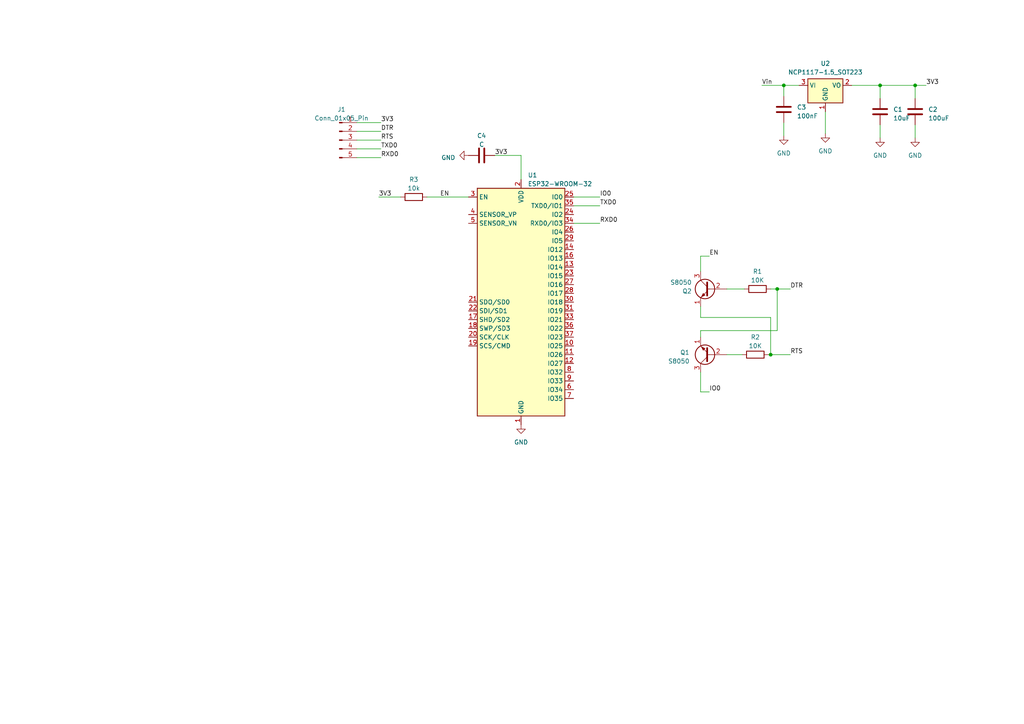
<source format=kicad_sch>
(kicad_sch (version 20230121) (generator eeschema)
  (paper "A4")
  (lib_symbols
    (symbol "Connector:Conn_01x05_Pin" (pin_names (offset 1.016) hide)
      (property "Reference" "J" (at 0 7.62 0))
      (property "Value" "Conn_01x05_Pin" (at 0 -7.62 0))
      (symbol "Conn_01x05_Pin_1_1"
        (polyline (pts (xy 1.27 -5.08) (xy 0.8636 -5.08)) (stroke (width 0.1524)))
        (polyline (pts (xy 1.27 -2.54) (xy 0.8636 -2.54)) (stroke (width 0.1524)))
        (polyline (pts (xy 1.27 0) (xy 0.8636 0)) (stroke (width 0.1524)))
        (polyline (pts (xy 1.27 2.54) (xy 0.8636 2.54)) (stroke (width 0.1524)))
        (polyline (pts (xy 1.27 5.08) (xy 0.8636 5.08)) (stroke (width 0.1524)))
        (rectangle (start 0.8636 -4.953) (end 0 -5.207) (stroke (width 0.1524)) (fill (type outline)))
        (rectangle (start 0.8636 -2.413) (end 0 -2.667) (stroke (width 0.1524)) (fill (type outline)))
        (rectangle (start 0.8636 0.127) (end 0 -0.127) (stroke (width 0.1524)) (fill (type outline)))
        (rectangle (start 0.8636 2.667) (end 0 2.413) (stroke (width 0.1524)) (fill (type outline)))
        (rectangle (start 0.8636 5.207) (end 0 4.953) (stroke (width 0.1524)) (fill (type outline)))
        (pin passive line (at 5.08 5.08 180) (length 3.81) (name "Pin_1") (number "1"))
        (pin passive line (at 5.08 2.54 180) (length 3.81) (name "Pin_2") (number "2"))
        (pin passive line (at 5.08 0 180) (length 3.81) (name "Pin_3") (number "3"))
        (pin passive line (at 5.08 -2.54 180) (length 3.81) (name "Pin_4") (number "4"))
        (pin passive line (at 5.08 -5.08 180) (length 3.81) (name "Pin_5") (number "5"))
      )
    )
    (symbol "Device:C" (pin_numbers hide) (pin_names (offset 0.254))
      (property "Reference" "C" (at 0.635 2.54 0))
      (property "Value" "C" (at 0.635 -2.54 0))
      (symbol "C_0_1"
        (polyline (pts (xy -2.032 -0.762) (xy 2.032 -0.762)) (stroke (width 0.508)))
        (polyline (pts (xy -2.032 0.762) (xy 2.032 0.762)) (stroke (width 0.508)))
      )
      (symbol "C_1_1"
        (pin passive line (at 0 3.81 270) (length 2.794) (name "~") (number "1"))
        (pin passive line (at 0 -3.81 90) (length 2.794) (name "~") (number "2"))
      )
    )
    (symbol "Device:R" (pin_numbers hide) (pin_names (offset 0))
      (property "Reference" "R" (at 2.032 0 90))
      (property "Value" "R" (at 0 0 90))
      (symbol "R_0_1"
        (rectangle (start -1.016 -2.54) (end 1.016 2.54) (stroke (width 0.254)))
      )
      (symbol "R_1_1"
        (pin passive line (at 0 3.81 270) (length 1.27) (name "~") (number "1"))
        (pin passive line (at 0 -3.81 90) (length 1.27) (name "~") (number "2"))
      )
    )
    (symbol "RF_Module:ESP32-WROOM-32"
      (property "Reference" "U" (at -12.7 34.29 0))
      (property "Value" "ESP32-WROOM-32" (at 1.27 34.29 0))
      (symbol "ESP32-WROOM-32_0_1"
        (rectangle (start -12.7 33.02) (end 12.7 -33.02) (stroke (width 0.254)) (fill (type background)))
      )
      (symbol "ESP32-WROOM-32_1_1"
        (pin power_in line (at 0 -35.56 90) (length 2.54) (name "GND") (number "1"))
        (pin bidirectional line (at 15.24 -12.7 180) (length 2.54) (name "IO25") (number "10"))
        (pin bidirectional line (at 15.24 -15.24 180) (length 2.54) (name "IO26") (number "11"))
        (pin bidirectional line (at 15.24 -17.78 180) (length 2.54) (name "IO27") (number "12"))
        (pin bidirectional line (at 15.24 10.16 180) (length 2.54) (name "IO14") (number "13"))
        (pin bidirectional line (at 15.24 15.24 180) (length 2.54) (name "IO12") (number "14"))
        (pin passive line (at 0 -35.56 90) (length 2.54) hide (name "GND") (number "15"))
        (pin bidirectional line (at 15.24 12.7 180) (length 2.54) (name "IO13") (number "16"))
        (pin bidirectional line (at -15.24 -5.08 0) (length 2.54) (name "SHD/SD2") (number "17"))
        (pin bidirectional line (at -15.24 -7.62 0) (length 2.54) (name "SWP/SD3") (number "18"))
        (pin bidirectional line (at -15.24 -12.7 0) (length 2.54) (name "SCS/CMD") (number "19"))
        (pin power_in line (at 0 35.56 270) (length 2.54) (name "VDD") (number "2"))
        (pin bidirectional line (at -15.24 -10.16 0) (length 2.54) (name "SCK/CLK") (number "20"))
        (pin bidirectional line (at -15.24 0 0) (length 2.54) (name "SDO/SD0") (number "21"))
        (pin bidirectional line (at -15.24 -2.54 0) (length 2.54) (name "SDI/SD1") (number "22"))
        (pin bidirectional line (at 15.24 7.62 180) (length 2.54) (name "IO15") (number "23"))
        (pin bidirectional line (at 15.24 25.4 180) (length 2.54) (name "IO2") (number "24"))
        (pin bidirectional line (at 15.24 30.48 180) (length 2.54) (name "IO0") (number "25"))
        (pin bidirectional line (at 15.24 20.32 180) (length 2.54) (name "IO4") (number "26"))
        (pin bidirectional line (at 15.24 5.08 180) (length 2.54) (name "IO16") (number "27"))
        (pin bidirectional line (at 15.24 2.54 180) (length 2.54) (name "IO17") (number "28"))
        (pin bidirectional line (at 15.24 17.78 180) (length 2.54) (name "IO5") (number "29"))
        (pin input line (at -15.24 30.48 0) (length 2.54) (name "EN") (number "3"))
        (pin bidirectional line (at 15.24 0 180) (length 2.54) (name "IO18") (number "30"))
        (pin bidirectional line (at 15.24 -2.54 180) (length 2.54) (name "IO19") (number "31"))
        (pin no_connect line (at -12.7 -27.94 0) (length 2.54) hide (name "NC") (number "32"))
        (pin bidirectional line (at 15.24 -5.08 180) (length 2.54) (name "IO21") (number "33"))
        (pin bidirectional line (at 15.24 22.86 180) (length 2.54) (name "RXD0/IO3") (number "34"))
        (pin bidirectional line (at 15.24 27.94 180) (length 2.54) (name "TXD0/IO1") (number "35"))
        (pin bidirectional line (at 15.24 -7.62 180) (length 2.54) (name "IO22") (number "36"))
        (pin bidirectional line (at 15.24 -10.16 180) (length 2.54) (name "IO23") (number "37"))
        (pin passive line (at 0 -35.56 90) (length 2.54) hide (name "GND") (number "38"))
        (pin passive line (at 0 -35.56 90) (length 2.54) hide (name "GND") (number "39"))
        (pin input line (at -15.24 25.4 0) (length 2.54) (name "SENSOR_VP") (number "4"))
        (pin input line (at -15.24 22.86 0) (length 2.54) (name "SENSOR_VN") (number "5"))
        (pin input line (at 15.24 -25.4 180) (length 2.54) (name "IO34") (number "6"))
        (pin input line (at 15.24 -27.94 180) (length 2.54) (name "IO35") (number "7"))
        (pin bidirectional line (at 15.24 -20.32 180) (length 2.54) (name "IO32") (number "8"))
        (pin bidirectional line (at 15.24 -22.86 180) (length 2.54) (name "IO33") (number "9"))
      )
    )
    (symbol "Regulator_Linear:NCP1117-1.5_SOT223"
      (property "Reference" "U" (at -3.81 3.175 0))
      (property "Value" "NCP1117-1.5_SOT223" (at 0 3.175 0))
      (symbol "NCP1117-1.5_SOT223_0_1"
        (rectangle (start -5.08 -5.08) (end 5.08 1.905) (stroke (width 0.254)) (fill (type background)))
      )
      (symbol "NCP1117-1.5_SOT223_1_1"
        (pin power_in line (at 0 -7.62 90) (length 2.54) (name "GND") (number "1"))
        (pin power_out line (at 7.62 0 180) (length 2.54) (name "VO") (number "2"))
        (pin power_in line (at -7.62 0 0) (length 2.54) (name "VI") (number "3"))
      )
    )
    (symbol "Transistor_BJT:S8050" (pin_names (offset 0) hide)
      (property "Reference" "Q" (at 5.08 1.905 0))
      (property "Value" "S8050" (at 5.08 0 0))
      (symbol "S8050_0_1"
        (polyline (pts (xy 0 0) (xy 0.635 0)))
        (polyline (pts (xy 0.635 0.635) (xy 2.54 2.54)))
        (polyline (pts (xy 0.635 -0.635) (xy 2.54 -2.54) (xy 2.54 -2.54)))
        (polyline (pts (xy 0.635 1.905) (xy 0.635 -1.905) (xy 0.635 -1.905)) (stroke (width 0.508)))
        (polyline (pts (xy 1.27 -1.778) (xy 1.778 -1.27) (xy 2.286 -2.286) (xy 1.27 -1.778) (xy 1.27 -1.778)) (fill (type outline)))
        (circle (center 1.27 0) (radius 2.8194) (stroke (width 0.254)))
      )
      (symbol "S8050_1_1"
        (pin passive line (at 2.54 -5.08 90) (length 2.54) (name "E") (number "1"))
        (pin input line (at -5.08 0 0) (length 5.08) (name "B") (number "2"))
        (pin passive line (at 2.54 5.08 270) (length 2.54) (name "C") (number "3"))
      )
    )
    (symbol "power:GND" (power) (pin_names (offset 0))
      (property "Value" "GND" (at 0 -3.81 0))
      (symbol "GND_0_1"
        (polyline (pts (xy 0 0) (xy 0 -1.27) (xy 1.27 -1.27) (xy 0 -2.54) (xy -1.27 -1.27) (xy 0 -1.27)))
      )
      (symbol "GND_1_1"
        (pin power_in line (at 0 0 270) (length 0) hide (name "GND") (number "1"))
      )
    )
  )
  (junction (at 225.425 83.82))
  (junction (at 227.33 24.765))
  (junction (at 255.27 24.765))
  (junction (at 265.43 24.765))
  (junction (at 223.52 102.87))
  (wire (pts (xy 109.855 57.15) (xy 116.205 57.15)))
  (wire (pts (xy 265.43 24.765) (xy 268.605 24.765)))
  (wire (pts (xy 203.2 74.295) (xy 203.2 78.74)))
  (wire (pts (xy 239.395 32.385) (xy 239.395 38.735)))
  (wire (pts (xy 227.33 35.56) (xy 227.33 39.37)))
  (wire (pts (xy 223.52 92.075) (xy 223.52 102.87)))
  (wire (pts (xy 203.2 107.95) (xy 203.2 113.665)))
  (wire (pts (xy 203.2 113.665) (xy 205.74 113.665)))
  (wire (pts (xy 103.505 35.56) (xy 110.49 35.56)))
  (wire (pts (xy 265.43 24.765) (xy 265.43 28.575)))
  (wire (pts (xy 103.505 43.18) (xy 110.49 43.18)))
  (wire (pts (xy 223.52 102.87) (xy 229.235 102.87)))
  (wire (pts (xy 255.27 36.195) (xy 255.27 40.005)))
  (wire (pts (xy 227.33 24.765) (xy 231.775 24.765)))
  (wire (pts (xy 166.37 57.15) (xy 173.99 57.15)))
  (wire (pts (xy 203.2 97.79) (xy 203.2 95.885)))
  (wire (pts (xy 166.37 64.77) (xy 173.99 64.77)))
  (wire (pts (xy 123.825 57.15) (xy 135.89 57.15)))
  (wire (pts (xy 220.98 24.765) (xy 227.33 24.765)))
  (wire (pts (xy 151.13 45.085) (xy 151.13 52.07)))
  (wire (pts (xy 210.82 102.87) (xy 215.265 102.87)))
  (wire (pts (xy 103.505 45.72) (xy 110.49 45.72)))
  (wire (pts (xy 203.2 95.885) (xy 225.425 95.885)))
  (wire (pts (xy 222.885 102.87) (xy 223.52 102.87)))
  (wire (pts (xy 103.505 38.1) (xy 110.49 38.1)))
  (wire (pts (xy 247.015 24.765) (xy 255.27 24.765)))
  (wire (pts (xy 255.27 24.765) (xy 265.43 24.765)))
  (wire (pts (xy 225.425 83.82) (xy 229.235 83.82)))
  (wire (pts (xy 203.2 92.075) (xy 223.52 92.075)))
  (wire (pts (xy 103.505 40.64) (xy 110.49 40.64)))
  (wire (pts (xy 255.27 24.765) (xy 255.27 28.575)))
  (wire (pts (xy 143.51 45.085) (xy 151.13 45.085)))
  (wire (pts (xy 223.52 83.82) (xy 225.425 83.82)))
  (wire (pts (xy 205.74 74.295) (xy 203.2 74.295)))
  (wire (pts (xy 203.2 88.9) (xy 203.2 92.075)))
  (wire (pts (xy 227.33 24.765) (xy 227.33 27.94)))
  (wire (pts (xy 166.37 59.69) (xy 173.99 59.69)))
  (wire (pts (xy 225.425 95.885) (xy 225.425 83.82)))
  (wire (pts (xy 210.82 83.82) (xy 215.9 83.82)))
  (wire (pts (xy 265.43 36.195) (xy 265.43 40.005)))
  (label "RTS" (at 110.49 40.64 0))
  (label "IO0" (at 173.99 57.15 0))
  (label "EN" (at 127.635 57.15 0))
  (label "3V3" (at 109.855 57.15 0))
  (label "Vin" (at 220.98 24.765 0))
  (label "3V3" (at 143.51 45.085 0))
  (label "TXD0" (at 173.99 59.69 0))
  (label "RXD0" (at 110.49 45.72 0))
  (label "3V3" (at 268.605 24.765 0))
  (label "RXD0" (at 173.99 64.77 0))
  (label "TXD0" (at 110.49 43.18 0))
  (label "IO0" (at 205.74 113.665 0))
  (label "EN" (at 205.74 74.295 0))
  (label "DTR" (at 110.49 38.1 0))
  (label "DTR" (at 229.235 83.82 0))
  (label "3V3" (at 110.49 35.56 0))
  (label "RTS" (at 229.235 102.87 0))
  (symbol (lib_id "Transistor_BJT:S8050") (at 205.74 83.82 0) (mirror y) (unit 1)
    (property "Reference" "Q2" (at 200.66 84.455 0) (effects (justify left)))
    (property "Value" "S8050" (at 200.66 81.915 0) (effects (justify left)))
    (property "Footprint" "Package_TO_SOT_THT:TO-92_Inline" (effects hide))
    (property "Datasheet" "http://www.unisonic.com.tw/datasheet/S8050.pdf" (effects hide))
  )
  (symbol (lib_id "Device:C") (at 265.43 32.385 0) (unit 1)
    (property "Reference" "C2" (at 269.24 31.75 0) (effects (justify left)))
    (property "Value" "100uF" (at 269.24 34.29 0) (effects (justify left)))
  )
  (symbol (lib_id "Connector:Conn_01x05_Pin") (at 98.425 40.64 0) (unit 1)
    (property "Reference" "J1" (at 99.06 31.75 0))
    (property "Value" "Conn_01x05_Pin" (at 99.06 34.29 0))
  )
  (symbol (lib_id "power:GND") (at 151.13 123.19 0) (unit 1)
    (property "Reference" "#PWR06" (effects hide))
    (property "Value" "GND" (at 151.13 128.27 0))
  )
  (symbol (lib_id "Device:R") (at 219.71 83.82 90) (unit 1)
    (property "Reference" "R1" (at 219.71 78.74 90))
    (property "Value" "10K" (at 219.71 81.28 90))
  )
  (symbol (lib_id "Regulator_Linear:NCP1117-1.5_SOT223") (at 239.395 24.765 0) (unit 1)
    (property "Reference" "U2" (at 239.395 18.415 0))
    (property "Value" "NCP1117-1.5_SOT223" (at 239.395 20.955 0))
    (property "Footprint" "Package_TO_SOT_SMD:SOT-223-3_TabPin2" (effects hide))
    (property "Datasheet" "http://www.onsemi.com/pub_link/Collateral/NCP1117-D.PDF" (effects hide))
  )
  (symbol (lib_id "Device:R") (at 219.075 102.87 90) (unit 1)
    (property "Reference" "R2" (at 219.075 97.79 90))
    (property "Value" "10K" (at 219.075 100.33 90))
  )
  (symbol (lib_id "power:GND") (at 227.33 39.37 0) (unit 1)
    (property "Reference" "#PWR04" (effects hide))
    (property "Value" "GND" (at 227.33 44.45 0))
  )
  (symbol (lib_id "power:GND") (at 255.27 40.005 0) (unit 1)
    (property "Reference" "#PWR02" (effects hide))
    (property "Value" "GND" (at 255.27 45.085 0))
  )
  (symbol (lib_id "Device:R") (at 120.015 57.15 90) (unit 1)
    (property "Reference" "R3" (at 120.015 52.07 90))
    (property "Value" "10k" (at 120.015 54.61 90))
  )
  (symbol (lib_id "Device:C") (at 255.27 32.385 0) (unit 1)
    (property "Reference" "C1" (at 259.08 31.75 0) (effects (justify left)))
    (property "Value" "10uF" (at 259.08 34.29 0) (effects (justify left)))
  )
  (symbol (lib_id "power:GND") (at 135.89 45.085 270) (unit 1)
    (property "Reference" "#PWR05" (effects hide))
    (property "Value" "GND" (at 132.08 45.72 90) (effects (justify right)))
  )
  (symbol (lib_id "RF_Module:ESP32-WROOM-32") (at 151.13 87.63 0) (unit 1)
    (property "Reference" "U1" (at 153.0859 50.8 0) (effects (justify left)))
    (property "Value" "ESP32-WROOM-32" (at 153.0859 53.34 0) (effects (justify left)))
    (property "Footprint" "RF_Module:ESP32-WROOM-32" (effects hide))
    (property "Datasheet" "https://www.espressif.com/sites/default/files/documentation/esp32-wroom-32_datasheet_en.pdf" (effects hide))
  )
  (symbol (lib_id "power:GND") (at 239.395 38.735 0) (unit 1)
    (property "Reference" "#PWR01" (effects hide))
    (property "Value" "GND" (at 239.395 43.815 0))
  )
  (symbol (lib_id "Device:C") (at 139.7 45.085 90) (unit 1)
    (property "Reference" "C4" (at 139.7 39.37 90))
    (property "Value" "C" (at 139.7 41.91 90))
  )
  (symbol (lib_id "Transistor_BJT:S8050") (at 205.74 102.87 180) (unit 1)
    (property "Reference" "Q1" (at 200.025 102.235 0) (effects (justify left)))
    (property "Value" "S8050" (at 200.025 104.775 0) (effects (justify left)))
    (property "Footprint" "Package_TO_SOT_THT:TO-92_Inline" (effects hide))
    (property "Datasheet" "http://www.unisonic.com.tw/datasheet/S8050.pdf" (effects hide))
  )
  (symbol (lib_id "power:GND") (at 265.43 40.005 0) (unit 1)
    (property "Reference" "#PWR03" (effects hide))
    (property "Value" "GND" (at 265.43 45.085 0))
  )
  (symbol (lib_id "Device:C") (at 227.33 31.75 0) (unit 1)
    (property "Reference" "C3" (at 231.14 31.115 0) (effects (justify left)))
    (property "Value" "100nF" (at 231.14 33.655 0) (effects (justify left)))
  )
)
</source>
